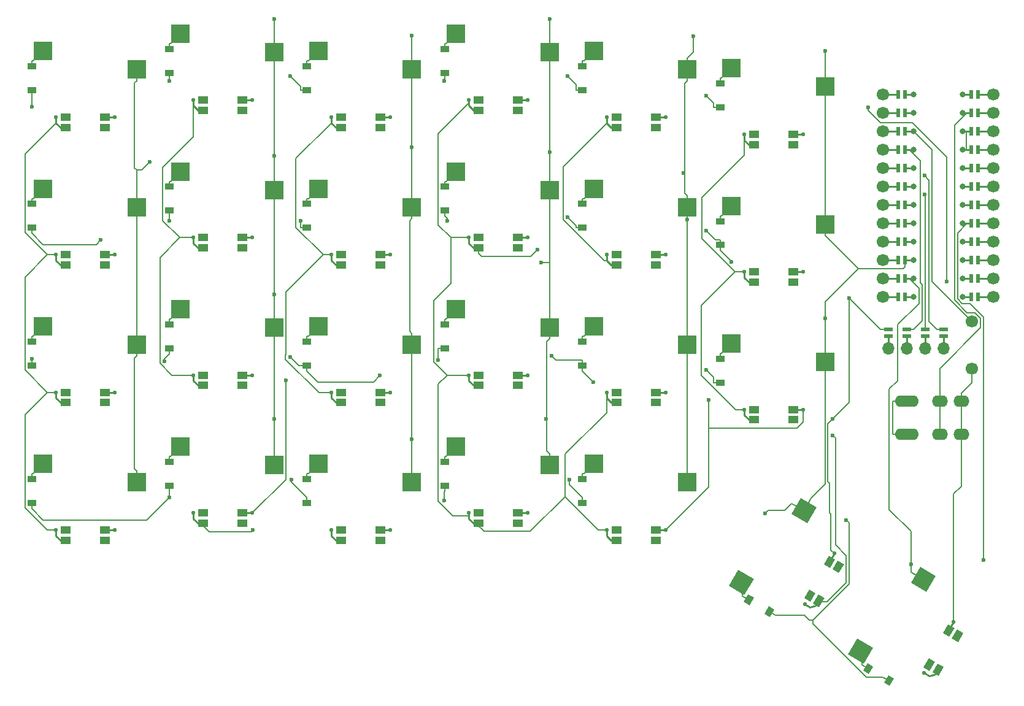
<source format=gtl>
G04 #@! TF.GenerationSoftware,KiCad,Pcbnew,8.0.8+1*
G04 #@! TF.CreationDate,2025-06-17T16:01:52+00:00*
G04 #@! TF.ProjectId,eggada50_autorouted,65676761-6461-4353-905f-6175746f726f,0.2*
G04 #@! TF.SameCoordinates,Original*
G04 #@! TF.FileFunction,Copper,L1,Top*
G04 #@! TF.FilePolarity,Positive*
%FSLAX46Y46*%
G04 Gerber Fmt 4.6, Leading zero omitted, Abs format (unit mm)*
G04 Created by KiCad (PCBNEW 8.0.8+1) date 2025-06-17 16:01:52*
%MOMM*%
%LPD*%
G01*
G04 APERTURE LIST*
G04 #@! TA.AperFunction,SMDPad,CuDef*
%ADD10R,2.550000X2.500000*%
G04 #@! TD*
G04 #@! TA.AperFunction,SMDPad,CuDef*
%ADD11R,1.200000X0.900000*%
G04 #@! TD*
G04 #@! TA.AperFunction,ComponentPad*
%ADD12C,1.700000*%
G04 #@! TD*
G04 #@! TA.AperFunction,SMDPad,CuDef*
%ADD13R,0.600000X1.200000*%
G04 #@! TD*
G04 #@! TA.AperFunction,ComponentPad*
%ADD14C,0.800000*%
G04 #@! TD*
G04 #@! TA.AperFunction,ComponentPad*
%ADD15O,2.200000X1.600000*%
G04 #@! TD*
G04 #@! TA.AperFunction,ComponentPad*
%ADD16O,3.300000X1.600000*%
G04 #@! TD*
G04 #@! TA.AperFunction,ComponentPad*
%ADD17O,1.700000X1.700000*%
G04 #@! TD*
G04 #@! TA.AperFunction,SMDPad,CuDef*
%ADD18R,1.200000X0.600000*%
G04 #@! TD*
G04 #@! TA.AperFunction,SMDPad,CuDef*
%ADD19R,1.400000X1.000000*%
G04 #@! TD*
G04 #@! TA.AperFunction,ViaPad*
%ADD20C,0.600000*%
G04 #@! TD*
G04 #@! TA.AperFunction,ViaPad*
%ADD21C,0.560000*%
G04 #@! TD*
G04 #@! TA.AperFunction,Conductor*
%ADD22C,0.200000*%
G04 #@! TD*
G04 #@! TA.AperFunction,Conductor*
%ADD23C,0.250000*%
G04 #@! TD*
G04 APERTURE END LIST*
D10*
X202085000Y-61835000D03*
X189158000Y-59295000D03*
D11*
X111600000Y-59950000D03*
X111600000Y-56650000D03*
D10*
X183085000Y-78460000D03*
X170158000Y-75920000D03*
D11*
X111600000Y-97950000D03*
X111600000Y-94650000D03*
D10*
X107085000Y-59460000D03*
X94158000Y-56920000D03*
G04 #@! TA.AperFunction,SMDPad,CuDef*
G36*
X216092327Y-112563392D02*
G01*
X213927263Y-111313392D01*
X215202263Y-109105028D01*
X217367327Y-110355028D01*
X216092327Y-112563392D01*
G37*
G04 #@! TD.AperFunction*
G04 #@! TA.AperFunction,SMDPad,CuDef*
G36*
X207429123Y-122488502D02*
G01*
X205264059Y-121238502D01*
X206539059Y-119030138D01*
X208704123Y-120280138D01*
X207429123Y-122488502D01*
G37*
G04 #@! TD.AperFunction*
D11*
X168600000Y-100325000D03*
X168600000Y-97025000D03*
D10*
X107085000Y-40460000D03*
X94158000Y-37920000D03*
D12*
X222350000Y-75251000D03*
X222350000Y-81751000D03*
D10*
X202085000Y-80835000D03*
X189158000Y-78295000D03*
D11*
X111600000Y-40950000D03*
X111600000Y-37650000D03*
X92600000Y-100325000D03*
X92600000Y-97025000D03*
X187600000Y-45700000D03*
X187600000Y-42400000D03*
D13*
X223184000Y-43920000D03*
D12*
X225324000Y-43920000D03*
D13*
X223184000Y-46460000D03*
D12*
X225324000Y-46460000D03*
D13*
X223184000Y-49000000D03*
D12*
X225324000Y-49000000D03*
D13*
X223184000Y-51540000D03*
D12*
X225324000Y-51540000D03*
D13*
X223184000Y-54080000D03*
D12*
X225324000Y-54080000D03*
D13*
X223184000Y-56620000D03*
D12*
X225324000Y-56620000D03*
D13*
X223184000Y-59160000D03*
D12*
X225324000Y-59160000D03*
D13*
X223184000Y-61700000D03*
D12*
X225324000Y-61700000D03*
D13*
X223184000Y-64240000D03*
D12*
X225324000Y-64240000D03*
D13*
X223184000Y-66780000D03*
D12*
X225324000Y-66780000D03*
D13*
X223184000Y-69320000D03*
D12*
X225324000Y-69320000D03*
D13*
X223184000Y-71860000D03*
D12*
X225324000Y-71860000D03*
X210084000Y-71860000D03*
D13*
X212224000Y-71860000D03*
D12*
X210084000Y-69320000D03*
D13*
X212224000Y-69320000D03*
D12*
X210084000Y-66780000D03*
D13*
X212224000Y-66780000D03*
D12*
X210084000Y-64240000D03*
D13*
X212224000Y-64240000D03*
D12*
X210084000Y-61700000D03*
D13*
X212224000Y-61700000D03*
D12*
X210084000Y-59160000D03*
D13*
X212224000Y-59160000D03*
D12*
X210084000Y-56620000D03*
D13*
X212224000Y-56620000D03*
D12*
X210084000Y-54080000D03*
D13*
X212224000Y-54080000D03*
D12*
X210084000Y-51540000D03*
D13*
X212224000Y-51540000D03*
D12*
X210084000Y-49000000D03*
D13*
X212224000Y-49000000D03*
D12*
X210084000Y-46460000D03*
D13*
X212224000Y-46460000D03*
D12*
X210084000Y-43920000D03*
D13*
X212224000Y-43920000D03*
D14*
X221104000Y-43920000D03*
D13*
X222284000Y-43920000D03*
D14*
X221104000Y-46460000D03*
D13*
X222284000Y-46460000D03*
D14*
X221104000Y-49000000D03*
D13*
X222284000Y-49000000D03*
D14*
X221104000Y-51540000D03*
D13*
X222284000Y-51540000D03*
D14*
X221104000Y-54080000D03*
D13*
X222284000Y-54080000D03*
D14*
X221104000Y-56620000D03*
D13*
X222284000Y-56620000D03*
D14*
X221104000Y-59160000D03*
D13*
X222284000Y-59160000D03*
D14*
X221104000Y-61700000D03*
D13*
X222284000Y-61700000D03*
D14*
X221104000Y-64240000D03*
D13*
X222284000Y-64240000D03*
D14*
X221104000Y-66780000D03*
D13*
X222284000Y-66780000D03*
D14*
X221104000Y-69320000D03*
D13*
X222284000Y-69320000D03*
D14*
X221104000Y-71860000D03*
D13*
X222284000Y-71860000D03*
X213124000Y-71860000D03*
D14*
X214304000Y-71860000D03*
D13*
X213124000Y-69320000D03*
D14*
X214304000Y-69320000D03*
D13*
X213124000Y-66780000D03*
D14*
X214304000Y-66780000D03*
D13*
X213124000Y-64240000D03*
D14*
X214304000Y-64240000D03*
D13*
X213124000Y-61700000D03*
D14*
X214304000Y-61700000D03*
D13*
X213124000Y-59160000D03*
D14*
X214304000Y-59160000D03*
D13*
X213124000Y-56620000D03*
D14*
X214304000Y-56620000D03*
D13*
X213124000Y-54080000D03*
D14*
X214304000Y-54080000D03*
D13*
X213124000Y-51540000D03*
D14*
X214304000Y-51540000D03*
D13*
X213124000Y-49000000D03*
D14*
X214304000Y-49000000D03*
D13*
X213124000Y-46460000D03*
D14*
X214304000Y-46460000D03*
D13*
X213124000Y-43920000D03*
D14*
X214304000Y-43920000D03*
D11*
X168600000Y-62325000D03*
X168600000Y-59025000D03*
X168600000Y-43325000D03*
X168600000Y-40025000D03*
D10*
X145085000Y-59460000D03*
X132158000Y-56920000D03*
D11*
X149600000Y-59950000D03*
X149600000Y-56650000D03*
D10*
X145085000Y-40460000D03*
X132158000Y-37920000D03*
D11*
X168600000Y-81325000D03*
X168600000Y-78025000D03*
G04 #@! TA.AperFunction,SMDPad,CuDef*
G36*
X199637827Y-103063392D02*
G01*
X197472763Y-101813392D01*
X198747763Y-99605028D01*
X200912827Y-100855028D01*
X199637827Y-103063392D01*
G37*
G04 #@! TD.AperFunction*
G04 #@! TA.AperFunction,SMDPad,CuDef*
G36*
X190974623Y-112988502D02*
G01*
X188809559Y-111738502D01*
X190084559Y-109530138D01*
X192249623Y-110780138D01*
X190974623Y-112988502D01*
G37*
G04 #@! TD.AperFunction*
D10*
X164085000Y-95085000D03*
X151158000Y-92545000D03*
X183085000Y-40460000D03*
X170158000Y-37920000D03*
G04 #@! TA.AperFunction,SMDPad,CuDef*
G36*
X195121153Y-115016485D02*
G01*
X194521153Y-116055715D01*
X193741731Y-115605715D01*
X194341731Y-114566485D01*
X195121153Y-115016485D01*
G37*
G04 #@! TD.AperFunction*
G04 #@! TA.AperFunction,SMDPad,CuDef*
G36*
X192263269Y-113366485D02*
G01*
X191663269Y-114405715D01*
X190883847Y-113955715D01*
X191483847Y-112916485D01*
X192263269Y-113366485D01*
G37*
G04 #@! TD.AperFunction*
D11*
X149600000Y-97950000D03*
X149600000Y-94650000D03*
D10*
X183085000Y-59460000D03*
X170158000Y-56920000D03*
X126085000Y-57085000D03*
X113158000Y-54545000D03*
X164085000Y-38085000D03*
X151158000Y-35545000D03*
X126085000Y-76085000D03*
X113158000Y-73545000D03*
D11*
X149600000Y-40950000D03*
X149600000Y-37650000D03*
X130600000Y-81325000D03*
X130600000Y-78025000D03*
X149600000Y-78950000D03*
X149600000Y-75650000D03*
X187600000Y-83700000D03*
X187600000Y-80400000D03*
D15*
X220910000Y-86260000D03*
X220910000Y-90860000D03*
X217910000Y-86260000D03*
X217910000Y-90860000D03*
D16*
X213360000Y-86260000D03*
X213360000Y-90860000D03*
D11*
X92600000Y-62325000D03*
X92600000Y-59025000D03*
X130600000Y-62325000D03*
X130600000Y-59025000D03*
G04 #@! TA.AperFunction,SMDPad,CuDef*
G36*
X211575653Y-124516485D02*
G01*
X210975653Y-125555715D01*
X210196231Y-125105715D01*
X210796231Y-124066485D01*
X211575653Y-124516485D01*
G37*
G04 #@! TD.AperFunction*
G04 #@! TA.AperFunction,SMDPad,CuDef*
G36*
X208717769Y-122866485D02*
G01*
X208117769Y-123905715D01*
X207338347Y-123455715D01*
X207938347Y-122416485D01*
X208717769Y-122866485D01*
G37*
G04 #@! TD.AperFunction*
D10*
X183085000Y-97460000D03*
X170158000Y-94920000D03*
X202085000Y-42835000D03*
X189158000Y-40295000D03*
X145085000Y-97460000D03*
X132158000Y-94920000D03*
X164085000Y-57085000D03*
X151158000Y-54545000D03*
D11*
X130600000Y-100325000D03*
X130600000Y-97025000D03*
D10*
X145085000Y-78460000D03*
X132158000Y-75920000D03*
D17*
X210837000Y-79008000D03*
X213377000Y-79008000D03*
X215917000Y-79008000D03*
X218457000Y-79008000D03*
D18*
X210837000Y-77258000D03*
X213377000Y-77258000D03*
X215917000Y-77258000D03*
X218457000Y-77258000D03*
X210837000Y-76358000D03*
X213377000Y-76358000D03*
X215917000Y-76358000D03*
X218457000Y-76358000D03*
D10*
X107085000Y-97460000D03*
X94158000Y-94920000D03*
X164085000Y-76085000D03*
X151158000Y-73545000D03*
D11*
X92600000Y-43325000D03*
X92600000Y-40025000D03*
D10*
X126085000Y-38085000D03*
X113158000Y-35545000D03*
D11*
X130600000Y-43325000D03*
X130600000Y-40025000D03*
D10*
X126085000Y-95085000D03*
X113158000Y-92545000D03*
D11*
X111600000Y-78950000D03*
X111600000Y-75650000D03*
D10*
X107085000Y-78460000D03*
X94158000Y-75920000D03*
D11*
X92600000Y-81325000D03*
X92600000Y-78025000D03*
X187600000Y-64700000D03*
X187600000Y-61400000D03*
D19*
X135300000Y-105450000D03*
X135300000Y-104050000D03*
X140700000Y-104050000D03*
X140700000Y-105450000D03*
X97300000Y-48450000D03*
X97300000Y-47050000D03*
X102700000Y-47050000D03*
X102700000Y-48450000D03*
X97300000Y-67450000D03*
X97300000Y-66050000D03*
X102700000Y-66050000D03*
X102700000Y-67450000D03*
X97300000Y-86450000D03*
X97300000Y-85050000D03*
X102700000Y-85050000D03*
X102700000Y-86450000D03*
X173300000Y-86450000D03*
X173300000Y-85050000D03*
X178700000Y-85050000D03*
X178700000Y-86450000D03*
G04 #@! TA.AperFunction,SMDPad,CuDef*
G36*
X201136805Y-112947051D02*
G01*
X202002831Y-113447051D01*
X201302831Y-114659487D01*
X200436805Y-114159487D01*
X201136805Y-112947051D01*
G37*
G04 #@! TD.AperFunction*
G04 #@! TA.AperFunction,SMDPad,CuDef*
G36*
X199924369Y-112247051D02*
G01*
X200790395Y-112747051D01*
X200090395Y-113959487D01*
X199224369Y-113459487D01*
X199924369Y-112247051D01*
G37*
G04 #@! TD.AperFunction*
G04 #@! TA.AperFunction,SMDPad,CuDef*
G36*
X202624369Y-107570513D02*
G01*
X203490395Y-108070513D01*
X202790395Y-109282949D01*
X201924369Y-108782949D01*
X202624369Y-107570513D01*
G37*
G04 #@! TD.AperFunction*
G04 #@! TA.AperFunction,SMDPad,CuDef*
G36*
X203836805Y-108270513D02*
G01*
X204702831Y-108770513D01*
X204002831Y-109982949D01*
X203136805Y-109482949D01*
X203836805Y-108270513D01*
G37*
G04 #@! TD.AperFunction*
X116300000Y-65075000D03*
X116300000Y-63675000D03*
X121700000Y-63675000D03*
X121700000Y-65075000D03*
X192300000Y-50825000D03*
X192300000Y-49425000D03*
X197700000Y-49425000D03*
X197700000Y-50825000D03*
X154300000Y-84075000D03*
X154300000Y-82675000D03*
X159700000Y-82675000D03*
X159700000Y-84075000D03*
X154300000Y-103075000D03*
X154300000Y-101675000D03*
X159700000Y-101675000D03*
X159700000Y-103075000D03*
X116300000Y-46075000D03*
X116300000Y-44675000D03*
X121700000Y-44675000D03*
X121700000Y-46075000D03*
X154300000Y-46075000D03*
X154300000Y-44675000D03*
X159700000Y-44675000D03*
X159700000Y-46075000D03*
X192300000Y-88825000D03*
X192300000Y-87425000D03*
X197700000Y-87425000D03*
X197700000Y-88825000D03*
X192300000Y-69825000D03*
X192300000Y-68425000D03*
X197700000Y-68425000D03*
X197700000Y-69825000D03*
X116300000Y-84075000D03*
X116300000Y-82675000D03*
X121700000Y-82675000D03*
X121700000Y-84075000D03*
X135300000Y-67450000D03*
X135300000Y-66050000D03*
X140700000Y-66050000D03*
X140700000Y-67450000D03*
X116300000Y-103075000D03*
X116300000Y-101675000D03*
X121700000Y-101675000D03*
X121700000Y-103075000D03*
X135300000Y-48450000D03*
X135300000Y-47050000D03*
X140700000Y-47050000D03*
X140700000Y-48450000D03*
X173300000Y-67450000D03*
X173300000Y-66050000D03*
X178700000Y-66050000D03*
X178700000Y-67450000D03*
X173300000Y-105450000D03*
X173300000Y-104050000D03*
X178700000Y-104050000D03*
X178700000Y-105450000D03*
X173300000Y-48450000D03*
X173300000Y-47050000D03*
X178700000Y-47050000D03*
X178700000Y-48450000D03*
G04 #@! TA.AperFunction,SMDPad,CuDef*
G36*
X217591305Y-122447051D02*
G01*
X218457331Y-122947051D01*
X217757331Y-124159487D01*
X216891305Y-123659487D01*
X217591305Y-122447051D01*
G37*
G04 #@! TD.AperFunction*
G04 #@! TA.AperFunction,SMDPad,CuDef*
G36*
X216378869Y-121747051D02*
G01*
X217244895Y-122247051D01*
X216544895Y-123459487D01*
X215678869Y-122959487D01*
X216378869Y-121747051D01*
G37*
G04 #@! TD.AperFunction*
G04 #@! TA.AperFunction,SMDPad,CuDef*
G36*
X219078869Y-117070513D02*
G01*
X219944895Y-117570513D01*
X219244895Y-118782949D01*
X218378869Y-118282949D01*
X219078869Y-117070513D01*
G37*
G04 #@! TD.AperFunction*
G04 #@! TA.AperFunction,SMDPad,CuDef*
G36*
X220291305Y-117770513D02*
G01*
X221157331Y-118270513D01*
X220457331Y-119482949D01*
X219591305Y-118982949D01*
X220291305Y-117770513D01*
G37*
G04 #@! TD.AperFunction*
X135300000Y-86450000D03*
X135300000Y-85050000D03*
X140700000Y-85050000D03*
X140700000Y-86450000D03*
X97300000Y-105450000D03*
X97300000Y-104050000D03*
X102700000Y-104050000D03*
X102700000Y-105450000D03*
X154300000Y-65075000D03*
X154300000Y-63675000D03*
X159700000Y-63675000D03*
X159700000Y-65075000D03*
D20*
X108904400Y-53270200D03*
D21*
X161060000Y-82675000D03*
X199060000Y-68425000D03*
X180060000Y-85050000D03*
X180060000Y-47050000D03*
X142060000Y-66050000D03*
X142060000Y-85050000D03*
D20*
X186024600Y-86108000D03*
D21*
X219842000Y-116749000D03*
X180060000Y-66050000D03*
X142060000Y-47050000D03*
X123060000Y-82675000D03*
X104060000Y-66050000D03*
X104060000Y-85050000D03*
X180060000Y-104050000D03*
X203387000Y-107249000D03*
D20*
X203113300Y-88715400D03*
D21*
X142060000Y-104050000D03*
X161060000Y-63675000D03*
X199060000Y-87425000D03*
X104060000Y-47050000D03*
X123060000Y-63675000D03*
X123060000Y-44675000D03*
X161060000Y-101675000D03*
D20*
X127673500Y-83402700D03*
D21*
X104060000Y-104050000D03*
X199060000Y-49425000D03*
D20*
X205429900Y-72018500D03*
D21*
X161060000Y-44675000D03*
X123060000Y-101675000D03*
D20*
X126085000Y-71492200D03*
X126085000Y-88715400D03*
X126085000Y-52344900D03*
X126085000Y-33490100D03*
X145085000Y-51227900D03*
X145085000Y-91499800D03*
X145085000Y-35811200D03*
X162935200Y-67094200D03*
X164085000Y-51850900D03*
X164085000Y-33464200D03*
X163560600Y-88715400D03*
X183942700Y-35855600D03*
X182524400Y-54790200D03*
X183085000Y-61222300D03*
X193831400Y-101747700D03*
X202085000Y-37874500D03*
X202085000Y-74793400D03*
X213943500Y-108745600D03*
X166790800Y-97068700D03*
X223964400Y-108206200D03*
X111600000Y-99573300D03*
X205014500Y-102637400D03*
X128473200Y-97068600D03*
X149538400Y-99977600D03*
X110923800Y-80732200D03*
X128291600Y-80189900D03*
X170132600Y-83623200D03*
X164344000Y-79968500D03*
X185689200Y-81919700D03*
X140653600Y-82711100D03*
X148698300Y-80573300D03*
X92600000Y-80369600D03*
X129698300Y-61384900D03*
X111640600Y-61331800D03*
X185687200Y-62674300D03*
X189134300Y-67031500D03*
X102155200Y-64015800D03*
X166537600Y-60871400D03*
X149944900Y-61330700D03*
X185689200Y-44050000D03*
X166537600Y-41380600D03*
X149544800Y-42086400D03*
X92600000Y-45606400D03*
X128293200Y-41380600D03*
X218856000Y-69770900D03*
X111640600Y-42086400D03*
X208016600Y-45700000D03*
D21*
X133940000Y-66050000D03*
X114940000Y-63675000D03*
D20*
X123137100Y-104050000D03*
D21*
X190940000Y-49425000D03*
X215782000Y-123781000D03*
X152940000Y-63675000D03*
X95940000Y-85050000D03*
X114940000Y-44675000D03*
X114940000Y-82675000D03*
X114940000Y-101675000D03*
X171940000Y-104050000D03*
X95940000Y-47050000D03*
D20*
X162374600Y-65351000D03*
D21*
X95940000Y-66050000D03*
X95940000Y-104050000D03*
X133940000Y-47050000D03*
X133940000Y-104050000D03*
X171940000Y-85050000D03*
X190940000Y-68425000D03*
D20*
X203113300Y-90949000D03*
D21*
X199327000Y-114281000D03*
X152940000Y-44675000D03*
X133940000Y-85050000D03*
X171940000Y-66050000D03*
X152940000Y-101675000D03*
X190940000Y-87425000D03*
X171940000Y-47050000D03*
X152940000Y-82675000D03*
D20*
X215799700Y-55130000D03*
X215799700Y-57754900D03*
D22*
X106778800Y-42317900D02*
X106778800Y-54056300D01*
X106778800Y-95602100D02*
X107085000Y-95908300D01*
X107085000Y-54362500D02*
X107085000Y-57908300D01*
X107085000Y-80011700D02*
X106778800Y-80317900D01*
X107812100Y-54362500D02*
X108904400Y-53270200D01*
X106778800Y-80317900D02*
X106778800Y-95602100D01*
X107085000Y-78460000D02*
X107085000Y-80011700D01*
X107085000Y-58684100D02*
X107085000Y-57908300D01*
X107085000Y-97460000D02*
X107085000Y-95908300D01*
X106778800Y-54056300D02*
X107085000Y-54362500D01*
D23*
X213124000Y-54080000D02*
X214304000Y-54080000D01*
D22*
X107085000Y-58684100D02*
X107085000Y-59460000D01*
X107085000Y-42011700D02*
X106778800Y-42317900D01*
X107085000Y-40460000D02*
X107085000Y-42011700D01*
X107085000Y-54362500D02*
X107812100Y-54362500D01*
X107085000Y-59460000D02*
X107085000Y-78460000D01*
D23*
X178700000Y-85050000D02*
X180060000Y-85050000D01*
X222284000Y-49000000D02*
X221594000Y-49000000D01*
X203375300Y-107269300D02*
X203387000Y-107249000D01*
D22*
X202485200Y-97367400D02*
X202485200Y-89343500D01*
D23*
X178700000Y-66050000D02*
X180060000Y-66050000D01*
X197700000Y-87425000D02*
X199060000Y-87425000D01*
D22*
X202713100Y-97595300D02*
X202485200Y-97367400D01*
X221594000Y-51540000D02*
X221594000Y-49000000D01*
D23*
X221594000Y-51540000D02*
X221104000Y-51540000D01*
D22*
X202913300Y-106807200D02*
X202913300Y-101856400D01*
D23*
X219830300Y-116769300D02*
X219842000Y-116749000D01*
D22*
X203047000Y-107838000D02*
X202707400Y-108177600D01*
X186024600Y-89976700D02*
X198217300Y-89976700D01*
D23*
X222284000Y-51540000D02*
X221594000Y-51540000D01*
X102700000Y-85050000D02*
X104060000Y-85050000D01*
D22*
X202707400Y-108177600D02*
X202707400Y-108426700D01*
X199060000Y-89134000D02*
X199060000Y-87425000D01*
X219161900Y-117678100D02*
X219161900Y-117926700D01*
X203375300Y-107269300D02*
X203375300Y-107269200D01*
X205429900Y-72018500D02*
X209769400Y-76358000D01*
D23*
X121700000Y-63675000D02*
X123060000Y-63675000D01*
D22*
X220910000Y-97995000D02*
X220910000Y-90860000D01*
X180060000Y-104050000D02*
X186024600Y-98085400D01*
X220910000Y-85158300D02*
X222350000Y-83718300D01*
X219502000Y-117338000D02*
X219161900Y-117678100D01*
X198217300Y-89976700D02*
X199060000Y-89134000D01*
D23*
X121700000Y-44675000D02*
X123060000Y-44675000D01*
D22*
X209769400Y-76358000D02*
X210837000Y-76358000D01*
D23*
X121700000Y-101675000D02*
X123060000Y-101675000D01*
D22*
X186024600Y-89976700D02*
X186024600Y-86108000D01*
D23*
X221594000Y-49000000D02*
X221104000Y-49000000D01*
D22*
X127673500Y-97061500D02*
X127673500Y-83402700D01*
X202713100Y-101656200D02*
X202713100Y-97595300D01*
D23*
X203047000Y-107838000D02*
X203375300Y-107269300D01*
D22*
X203113300Y-88715400D02*
X205429900Y-86398800D01*
D23*
X102700000Y-104050000D02*
X104060000Y-104050000D01*
X102700000Y-47050000D02*
X104060000Y-47050000D01*
X219162000Y-117927000D02*
X219502000Y-117338000D01*
X140700000Y-66050000D02*
X142060000Y-66050000D01*
X197700000Y-68425000D02*
X199060000Y-68425000D01*
X210837000Y-79008000D02*
X210837000Y-77258000D01*
D22*
X186024600Y-98085400D02*
X186024600Y-89976700D01*
X222350000Y-83718300D02*
X222350000Y-81751000D01*
X220910000Y-90860000D02*
X220910000Y-86260000D01*
D23*
X121700000Y-82675000D02*
X123060000Y-82675000D01*
D22*
X203375300Y-107269200D02*
X202913300Y-106807200D01*
D23*
X197700000Y-49425000D02*
X199060000Y-49425000D01*
D22*
X205429900Y-86398800D02*
X205429900Y-72018500D01*
D23*
X178700000Y-104050000D02*
X180060000Y-104050000D01*
D22*
X219830300Y-99074700D02*
X220910000Y-97995000D01*
D23*
X159700000Y-101675000D02*
X161060000Y-101675000D01*
D22*
X220910000Y-86260000D02*
X220910000Y-85158300D01*
D23*
X140700000Y-85050000D02*
X142060000Y-85050000D01*
X140700000Y-104050000D02*
X142060000Y-104050000D01*
X213124000Y-46460000D02*
X214304000Y-46460000D01*
X102700000Y-66050000D02*
X104060000Y-66050000D01*
X140700000Y-47050000D02*
X142060000Y-47050000D01*
X178700000Y-47050000D02*
X180060000Y-47050000D01*
X159700000Y-44675000D02*
X161060000Y-44675000D01*
X202707000Y-108427000D02*
X203047000Y-107838000D01*
D22*
X202485200Y-89343500D02*
X203113300Y-88715400D01*
D23*
X219502000Y-117338000D02*
X219830300Y-116769300D01*
D22*
X123060000Y-101675000D02*
X127673500Y-97061500D01*
X202913300Y-101856400D02*
X202713100Y-101656200D01*
D23*
X159700000Y-63675000D02*
X161060000Y-63675000D01*
X159700000Y-82675000D02*
X161060000Y-82675000D01*
D22*
X219830300Y-116769300D02*
X219830300Y-99074700D01*
X126085000Y-38085000D02*
X126085000Y-52344900D01*
X126085000Y-75309100D02*
X126085000Y-74533300D01*
X126085000Y-75309100D02*
X126085000Y-76085000D01*
X126085000Y-88715400D02*
X126085000Y-95085000D01*
X126085000Y-57085000D02*
X126085000Y-71492200D01*
X126085000Y-76085000D02*
X126085000Y-88715400D01*
X126085000Y-52344900D02*
X126085000Y-57085000D01*
D23*
X213124000Y-56620000D02*
X214304000Y-56620000D01*
D22*
X126085000Y-38085000D02*
X126085000Y-33490100D01*
X126085000Y-71492200D02*
X126085000Y-74533300D01*
X144778800Y-76602100D02*
X145085000Y-76908300D01*
X145085000Y-97460000D02*
X145085000Y-91499800D01*
X145085000Y-51227900D02*
X145085000Y-59460000D01*
X145085000Y-61011700D02*
X144778800Y-61317900D01*
X145085000Y-59460000D02*
X145085000Y-61011700D01*
X145085000Y-77992800D02*
X145085000Y-76908300D01*
X145085000Y-78460000D02*
X145085000Y-91499800D01*
X145085000Y-77992800D02*
X145085000Y-78460000D01*
X145085000Y-40460000D02*
X145085000Y-35811200D01*
X145085000Y-40460000D02*
X145085000Y-51227900D01*
D23*
X213124000Y-59160000D02*
X214304000Y-59160000D01*
D22*
X144778800Y-61317900D02*
X144778800Y-76602100D01*
X164085000Y-57085000D02*
X164085000Y-67094200D01*
X164085000Y-67094200D02*
X164085000Y-76085000D01*
X163687800Y-78033900D02*
X163687800Y-88715400D01*
X164085000Y-57085000D02*
X164085000Y-51850900D01*
D23*
X213124000Y-61700000D02*
X214304000Y-61700000D01*
D22*
X164085000Y-67094200D02*
X162935200Y-67094200D01*
X164085000Y-77636700D02*
X163687800Y-78033900D01*
X163687800Y-88715400D02*
X163560600Y-88715400D01*
X164085000Y-38085000D02*
X164085000Y-33464200D01*
X164085000Y-95085000D02*
X164085000Y-93533300D01*
X163687800Y-88715400D02*
X163687800Y-93136100D01*
X164085000Y-76085000D02*
X164085000Y-77636700D01*
X164085000Y-38085000D02*
X164085000Y-51850900D01*
X163687800Y-93136100D02*
X164085000Y-93533300D01*
X182706400Y-54790200D02*
X182706400Y-57529700D01*
X182706400Y-42390300D02*
X182706400Y-54790200D01*
X183085000Y-61222300D02*
X183085000Y-78460000D01*
X182706400Y-57529700D02*
X183085000Y-57908300D01*
X183085000Y-42011700D02*
X182706400Y-42390300D01*
X183942700Y-38050600D02*
X183942700Y-35855600D01*
X183085000Y-40460000D02*
X183085000Y-38908300D01*
X183085000Y-59460000D02*
X183085000Y-57908300D01*
X183085000Y-78460000D02*
X183085000Y-97460000D01*
X182706400Y-54790200D02*
X182524400Y-54790200D01*
D23*
X213124000Y-64240000D02*
X214304000Y-64240000D01*
D22*
X183085000Y-38908300D02*
X183942700Y-38050600D01*
X183085000Y-59460000D02*
X183085000Y-61011700D01*
X183085000Y-61011700D02*
X183085000Y-61222300D01*
X183085000Y-40460000D02*
X183085000Y-42011700D01*
X202085000Y-61835000D02*
X202085000Y-42835000D01*
X202085000Y-80835000D02*
X202085000Y-88583000D01*
X202085000Y-72508300D02*
X202085000Y-74793400D01*
X196495900Y-101334200D02*
X197483100Y-100347000D01*
X213124000Y-66780000D02*
X213124000Y-67681700D01*
X206645800Y-67947500D02*
X202085000Y-72508300D01*
X212858200Y-67947500D02*
X206645800Y-67947500D01*
X202085000Y-42835000D02*
X202085000Y-37874500D01*
X202085000Y-61835000D02*
X202085000Y-63386700D01*
X199192800Y-101334200D02*
X200189100Y-99608700D01*
X202085000Y-74793400D02*
X202085000Y-80835000D01*
X202083500Y-88584500D02*
X202083500Y-97714300D01*
X206645800Y-67947500D02*
X202085000Y-63386700D01*
X199192800Y-101334200D02*
X197483100Y-100347000D01*
X202085000Y-88583000D02*
X202083500Y-88584500D01*
X193831400Y-101747700D02*
X194244900Y-101334200D01*
X202083500Y-97714300D02*
X200189100Y-99608700D01*
X194244900Y-101334200D02*
X196495900Y-101334200D01*
X213124000Y-67681700D02*
X212858200Y-67947500D01*
D23*
X213124000Y-66780000D02*
X214304000Y-66780000D01*
D22*
X213714000Y-69320000D02*
X215065600Y-70671600D01*
D23*
X213714000Y-69320000D02*
X214304000Y-69320000D01*
D22*
X215647300Y-110834200D02*
X213937600Y-109847000D01*
X213943500Y-104223400D02*
X213943500Y-108745600D01*
X210948000Y-84582400D02*
X210948000Y-101227900D01*
X213943500Y-108745600D02*
X213943500Y-109841100D01*
X213943500Y-109841100D02*
X213937600Y-109847000D01*
X212107000Y-83423400D02*
X210948000Y-84582400D01*
X212107000Y-75707000D02*
X212107000Y-83423400D01*
X215065600Y-70671600D02*
X215065600Y-72748400D01*
X210948000Y-101227900D02*
X213943500Y-104223400D01*
X215065600Y-72748400D02*
X212107000Y-75707000D01*
D23*
X213124000Y-69320000D02*
X213714000Y-69320000D01*
D22*
X149538400Y-98763300D02*
X149538400Y-99977600D01*
X128473200Y-97446500D02*
X128473200Y-97068600D01*
X199920100Y-116489200D02*
X200417100Y-116489200D01*
X200417100Y-116986200D02*
X200417100Y-116489200D01*
X210025600Y-124314500D02*
X207745400Y-124314500D01*
X168600000Y-99573300D02*
X166790800Y-97764100D01*
X149600000Y-98701700D02*
X149538400Y-98763300D01*
X220377200Y-72125500D02*
X221028400Y-72776700D01*
X92600000Y-100325000D02*
X92600000Y-101076700D01*
X166790800Y-97764100D02*
X166790800Y-97068700D01*
D23*
X221694000Y-61700000D02*
X221104000Y-61700000D01*
D22*
X205416200Y-103039100D02*
X205014500Y-102637400D01*
X223964400Y-74608800D02*
X223964400Y-108206200D01*
X221028400Y-72776700D02*
X222132300Y-72776700D01*
X200417100Y-116489200D02*
X205416200Y-111490100D01*
X205416200Y-111490100D02*
X205416200Y-103039100D01*
D23*
X222284000Y-61700000D02*
X221694000Y-61700000D01*
D22*
X111600000Y-97950000D02*
X111600000Y-98701700D01*
X210025700Y-124314400D02*
X210025600Y-124314500D01*
X221694000Y-61700000D02*
X220377200Y-63016800D01*
X130600000Y-99573300D02*
X128473200Y-97446500D01*
X207745400Y-124314500D02*
X200417100Y-116986200D01*
X94196300Y-102673000D02*
X108500300Y-102673000D01*
X222132300Y-72776700D02*
X223964400Y-74608800D01*
X220377200Y-63016800D02*
X220377200Y-72125500D01*
X149600000Y-97950000D02*
X149600000Y-98701700D01*
X108500300Y-102673000D02*
X111600000Y-99573300D01*
X194431400Y-115311100D02*
X195291700Y-115807800D01*
X195291700Y-115807800D02*
X199238700Y-115807800D01*
X199238700Y-115807800D02*
X199920100Y-116489200D01*
X92600000Y-101076700D02*
X94196300Y-102673000D01*
X111600000Y-98701700D02*
X111600000Y-99573300D01*
X210885900Y-124811100D02*
X210025700Y-124314400D01*
X168600000Y-100325000D02*
X168600000Y-99573300D01*
X130600000Y-100325000D02*
X130600000Y-99573300D01*
X186698300Y-82928800D02*
X185689200Y-81919700D01*
X149600000Y-78950000D02*
X148698300Y-78950000D01*
X111600000Y-79701700D02*
X110923800Y-80377900D01*
X110923800Y-80377900D02*
X110923800Y-80732200D01*
X92600000Y-81325000D02*
X92600000Y-80369600D01*
X164948800Y-80573300D02*
X164344000Y-79968500D01*
X132125000Y-83601700D02*
X130600000Y-82076700D01*
X168600000Y-82076700D02*
X170132600Y-83609300D01*
X168600000Y-81325000D02*
X168600000Y-82076700D01*
X186698300Y-83700000D02*
X186698300Y-82928800D01*
X139763000Y-83601700D02*
X132125000Y-83601700D01*
X130600000Y-81325000D02*
X129426700Y-81325000D01*
X140653600Y-82711100D02*
X139763000Y-83601700D01*
X168600000Y-80573300D02*
X164948800Y-80573300D01*
X130600000Y-81325000D02*
X130600000Y-82076700D01*
X148698300Y-80573300D02*
X148698300Y-78950000D01*
X168600000Y-81325000D02*
X168600000Y-80573300D01*
D23*
X222284000Y-64240000D02*
X221104000Y-64240000D01*
D22*
X129426700Y-81325000D02*
X128291600Y-80189900D01*
X111600000Y-78950000D02*
X111600000Y-79701700D01*
X170132600Y-83609300D02*
X170132600Y-83623200D01*
X187600000Y-83700000D02*
X186698300Y-83700000D01*
X129698300Y-62325000D02*
X129698300Y-61384900D01*
X186961200Y-63948300D02*
X185687200Y-62674300D01*
X189134300Y-66986000D02*
X189134300Y-67031500D01*
X102155200Y-64015800D02*
X101528900Y-64642100D01*
X187600000Y-64700000D02*
X187600000Y-63948300D01*
X111640600Y-60742300D02*
X111640600Y-61331800D01*
X187600000Y-65451700D02*
X189134300Y-66986000D01*
X149600000Y-59950000D02*
X149600000Y-60701700D01*
X187600000Y-64700000D02*
X187600000Y-65451700D01*
X167698300Y-62032100D02*
X166537600Y-60871400D01*
X149600000Y-60701700D02*
X149944900Y-61046600D01*
X130600000Y-62325000D02*
X129698300Y-62325000D01*
D23*
X222284000Y-66780000D02*
X221104000Y-66780000D01*
D22*
X149944900Y-61046600D02*
X149944900Y-61330700D01*
X111600000Y-59950000D02*
X111600000Y-60701700D01*
X101528900Y-64642100D02*
X94165400Y-64642100D01*
X94165400Y-64642100D02*
X92600000Y-63076700D01*
X168600000Y-62325000D02*
X167698300Y-62325000D01*
X167698300Y-62325000D02*
X167698300Y-62032100D01*
X111600000Y-60701700D02*
X111640600Y-60742300D01*
X187600000Y-63948300D02*
X186961200Y-63948300D01*
X92600000Y-62325000D02*
X92600000Y-63076700D01*
X129698300Y-42785700D02*
X128293200Y-41380600D01*
X209718700Y-47790000D02*
X208016600Y-46087900D01*
X129698300Y-43325000D02*
X129698300Y-42785700D01*
X218856000Y-69770900D02*
X218856000Y-52527100D01*
X218856000Y-52527100D02*
X214118900Y-47790000D01*
D23*
X222284000Y-69320000D02*
X221104000Y-69320000D01*
D22*
X149600000Y-41701700D02*
X149544800Y-41756900D01*
X149600000Y-40950000D02*
X149600000Y-41701700D01*
X111600000Y-40950000D02*
X111600000Y-41701700D01*
X92600000Y-43325000D02*
X92600000Y-45606400D01*
X149544800Y-41756900D02*
X149544800Y-42086400D01*
X186698300Y-45700000D02*
X186698300Y-45059100D01*
X167698300Y-42541300D02*
X166537600Y-41380600D01*
X214118900Y-47790000D02*
X209718700Y-47790000D01*
X130600000Y-43325000D02*
X129698300Y-43325000D01*
X187600000Y-45700000D02*
X186698300Y-45700000D01*
X186698300Y-45059100D02*
X185689200Y-44050000D01*
X111640600Y-41742300D02*
X111640600Y-42086400D01*
X208016600Y-46087900D02*
X208016600Y-45700000D01*
X168600000Y-43325000D02*
X167698300Y-43325000D01*
X167698300Y-43325000D02*
X167698300Y-42541300D01*
X111600000Y-41701700D02*
X111640600Y-41742300D01*
X92600000Y-97025000D02*
X92600000Y-96273300D01*
X92600000Y-96273300D02*
X92804700Y-96273300D01*
X92804700Y-96273300D02*
X94158000Y-94920000D01*
X92600000Y-77273300D02*
X92804700Y-77273300D01*
X92600000Y-78025000D02*
X92600000Y-77273300D01*
X92804700Y-77273300D02*
X94158000Y-75920000D01*
X92600000Y-58273300D02*
X92804700Y-58273300D01*
X92804700Y-58273300D02*
X94158000Y-56920000D01*
X92600000Y-59025000D02*
X92600000Y-58273300D01*
X92600000Y-39273300D02*
X92804700Y-39273300D01*
X92600000Y-40025000D02*
X92600000Y-39273300D01*
X92804700Y-39273300D02*
X94158000Y-37920000D01*
X111600000Y-93898300D02*
X111804700Y-93898300D01*
X111804700Y-93898300D02*
X113158000Y-92545000D01*
X111600000Y-94650000D02*
X111600000Y-93898300D01*
X111600000Y-74898300D02*
X111804700Y-74898300D01*
X111600000Y-75650000D02*
X111600000Y-74898300D01*
X111804700Y-74898300D02*
X113158000Y-73545000D01*
X111804700Y-55898300D02*
X113158000Y-54545000D01*
X111600000Y-55898300D02*
X111804700Y-55898300D01*
X111600000Y-56650000D02*
X111600000Y-55898300D01*
X111804700Y-36898300D02*
X113158000Y-35545000D01*
X111600000Y-37650000D02*
X111600000Y-36898300D01*
X111600000Y-36898300D02*
X111804700Y-36898300D01*
X130600000Y-96273300D02*
X130804700Y-96273300D01*
X130600000Y-97025000D02*
X130600000Y-96273300D01*
X130804700Y-96273300D02*
X132158000Y-94920000D01*
X130804700Y-77273300D02*
X132158000Y-75920000D01*
X130600000Y-78025000D02*
X130600000Y-77273300D01*
X130600000Y-77273300D02*
X130804700Y-77273300D01*
X130804700Y-58273300D02*
X132158000Y-56920000D01*
X130600000Y-59025000D02*
X130600000Y-58273300D01*
X130600000Y-58273300D02*
X130804700Y-58273300D01*
X130804700Y-39273300D02*
X132158000Y-37920000D01*
X130600000Y-40025000D02*
X130600000Y-39273300D01*
X130600000Y-39273300D02*
X130804700Y-39273300D01*
X149600000Y-93898300D02*
X149804700Y-93898300D01*
X149600000Y-94650000D02*
X149600000Y-93898300D01*
X149804700Y-93898300D02*
X151158000Y-92545000D01*
X149600000Y-75650000D02*
X149600000Y-74898300D01*
X149804700Y-74898300D02*
X151158000Y-73545000D01*
X149600000Y-74898300D02*
X149804700Y-74898300D01*
X149600000Y-55898300D02*
X149804700Y-55898300D01*
X149804700Y-55898300D02*
X151158000Y-54545000D01*
X149600000Y-56650000D02*
X149600000Y-55898300D01*
X149804700Y-36898300D02*
X151158000Y-35545000D01*
X149600000Y-37650000D02*
X149600000Y-36898300D01*
X149600000Y-36898300D02*
X149804700Y-36898300D01*
X168804700Y-96273300D02*
X170158000Y-94920000D01*
X168600000Y-96273300D02*
X168804700Y-96273300D01*
X168600000Y-97025000D02*
X168600000Y-96273300D01*
X168600000Y-78025000D02*
X168600000Y-77273300D01*
X168804700Y-77273300D02*
X170158000Y-75920000D01*
X168600000Y-77273300D02*
X168804700Y-77273300D01*
X168600000Y-58273300D02*
X168804700Y-58273300D01*
X168600000Y-59025000D02*
X168600000Y-58273300D01*
X168804700Y-58273300D02*
X170158000Y-56920000D01*
X168600000Y-39273300D02*
X168804700Y-39273300D01*
X168600000Y-40025000D02*
X168600000Y-39273300D01*
X168804700Y-39273300D02*
X170158000Y-37920000D01*
X187600000Y-79648300D02*
X187804700Y-79648300D01*
X187600000Y-80400000D02*
X187600000Y-79648300D01*
X187804700Y-79648300D02*
X189158000Y-78295000D01*
X187600000Y-60648300D02*
X187804700Y-60648300D01*
X187804700Y-60648300D02*
X189158000Y-59295000D01*
X187600000Y-61400000D02*
X187600000Y-60648300D01*
X187600000Y-42400000D02*
X187600000Y-41648300D01*
X187600000Y-41648300D02*
X187804700Y-41648300D01*
X187804700Y-41648300D02*
X189158000Y-40295000D01*
X190713400Y-113164300D02*
X190713400Y-112800900D01*
X190529600Y-112617100D02*
X190529600Y-111259300D01*
X191573600Y-113661100D02*
X190713300Y-113164400D01*
X190713400Y-112800900D02*
X190529600Y-112617100D01*
X190713300Y-113164400D02*
X190713400Y-113164300D01*
X207167800Y-122664400D02*
X207167900Y-122664300D01*
X208028100Y-123161100D02*
X207167800Y-122664400D01*
X207167900Y-122664300D02*
X207167900Y-122300900D01*
X207167900Y-122300900D02*
X206984100Y-122117100D01*
X206984100Y-122117100D02*
X206984100Y-120759300D01*
D23*
X213124000Y-43920000D02*
X214304000Y-43920000D01*
D22*
X216803100Y-51499100D02*
X214304000Y-49000000D01*
X222350000Y-75251000D02*
X216803100Y-69704100D01*
D23*
X213124000Y-49000000D02*
X214304000Y-49000000D01*
D22*
X216803100Y-69704100D02*
X216803100Y-51499100D01*
X148698300Y-61907100D02*
X150466200Y-63675000D01*
X211408300Y-90736900D02*
X211408300Y-86260000D01*
D23*
X97300000Y-67450000D02*
X96600000Y-67450000D01*
D22*
X161394100Y-104226700D02*
X166188600Y-99432200D01*
X154999400Y-104226700D02*
X161394100Y-104226700D01*
X189676800Y-68425000D02*
X185021400Y-73080400D01*
D23*
X152940000Y-102481000D02*
X152940000Y-102078000D01*
D22*
X94777900Y-104050000D02*
X95940000Y-104050000D01*
D23*
X154300000Y-65075000D02*
X153600000Y-65075000D01*
D22*
X202329300Y-113954500D02*
X205014500Y-111269300D01*
D23*
X217674000Y-123303000D02*
X217324000Y-123909000D01*
D22*
X110299200Y-66415600D02*
X110299200Y-81004900D01*
D23*
X116300000Y-103075000D02*
X115904300Y-103075000D01*
X153600000Y-46075000D02*
X152940000Y-45480900D01*
X171940000Y-104856000D02*
X171940000Y-104050000D01*
D22*
X94777900Y-66050000D02*
X95940000Y-66050000D01*
D23*
X173300000Y-105450000D02*
X172600000Y-105450000D01*
X153600000Y-84075000D02*
X152940000Y-83480900D01*
D22*
X117098500Y-104269200D02*
X122917900Y-104269200D01*
X129038700Y-62256800D02*
X132831900Y-66050000D01*
X215470500Y-70171800D02*
X215470500Y-75166200D01*
D23*
X134600000Y-67450000D02*
X133940000Y-66855900D01*
D22*
X132831900Y-66050000D02*
X127726000Y-71155900D01*
D23*
X152940000Y-83480900D02*
X152940000Y-82675000D01*
D22*
X91698300Y-88129600D02*
X91698300Y-100970400D01*
D23*
X201132500Y-113954500D02*
X201045000Y-114106000D01*
X134600000Y-105450000D02*
X133940000Y-104856000D01*
D22*
X95940000Y-47855900D02*
X91698300Y-52097600D01*
D23*
X152940000Y-45077900D02*
X152940000Y-44675000D01*
D22*
X166188600Y-93568600D02*
X171940000Y-87817200D01*
D23*
X191600000Y-88825000D02*
X190940000Y-88230900D01*
D22*
X166188600Y-99432200D02*
X166188600Y-93568600D01*
X113039800Y-63675000D02*
X110698300Y-61333500D01*
X148086100Y-72400000D02*
X148086100Y-80833800D01*
D23*
X154300000Y-103075000D02*
X153950000Y-103075000D01*
D22*
X215198000Y-69899300D02*
X215470500Y-70171800D01*
X133940000Y-47855900D02*
X129038700Y-52757200D01*
D23*
X217324000Y-123909000D02*
X216480000Y-124184000D01*
D22*
X153950000Y-103177300D02*
X154999400Y-104226700D01*
X171636800Y-66855900D02*
X165931100Y-61150200D01*
D23*
X190940000Y-69230900D02*
X190940000Y-68425000D01*
X133940000Y-85855900D02*
X133940000Y-85050000D01*
X152940000Y-102078000D02*
X152940000Y-101675000D01*
X116300000Y-84075000D02*
X115600000Y-84075000D01*
X95940000Y-47855900D02*
X95940000Y-47050000D01*
D22*
X113039800Y-63675000D02*
X110299200Y-66415600D01*
X91698300Y-69129600D02*
X91698300Y-81970400D01*
X171940000Y-87817200D02*
X171940000Y-85855900D01*
D23*
X114940000Y-83480900D02*
X114940000Y-82675000D01*
X171940000Y-85855900D02*
X171940000Y-85050000D01*
X114940000Y-64480900D02*
X114940000Y-63675000D01*
D22*
X190940000Y-50230900D02*
X190940000Y-52263800D01*
X170806400Y-104050000D02*
X166188600Y-99432200D01*
D23*
X96600000Y-86450000D02*
X95940000Y-85855900D01*
D22*
X171940000Y-104050000D02*
X170806400Y-104050000D01*
X154300000Y-65075000D02*
X154300000Y-65876700D01*
D23*
X173300000Y-67450000D02*
X172600000Y-67450000D01*
D22*
X148698300Y-100079700D02*
X148698300Y-83904000D01*
X185081700Y-58122100D02*
X185081700Y-63829900D01*
X94777900Y-85050000D02*
X95940000Y-85050000D01*
D23*
X192300000Y-88825000D02*
X191600000Y-88825000D01*
X171940000Y-47855900D02*
X171940000Y-47050000D01*
X192300000Y-50825000D02*
X191600000Y-50825000D01*
D22*
X148698300Y-83904000D02*
X149927300Y-82675000D01*
X127640600Y-80452400D02*
X132238200Y-85050000D01*
X190940000Y-52263800D02*
X185081700Y-58122100D01*
D23*
X200025000Y-114684000D02*
X199327000Y-114281000D01*
X96600000Y-48450000D02*
X95940000Y-47855900D01*
X190940000Y-88230900D02*
X190940000Y-87425000D01*
D22*
X110698300Y-61333500D02*
X110698300Y-54028800D01*
X212893500Y-90860000D02*
X211531400Y-90860000D01*
X129038700Y-52757200D02*
X129038700Y-62256800D01*
D23*
X115600000Y-46075000D02*
X114940000Y-45480900D01*
X171940000Y-66855900D02*
X171940000Y-66050000D01*
X153600000Y-103075000D02*
X152940000Y-102481000D01*
D22*
X171940000Y-66855900D02*
X171636800Y-66855900D01*
X203515000Y-106050300D02*
X203515000Y-91350700D01*
D23*
X95940000Y-85855900D02*
X95940000Y-85050000D01*
D22*
X152940000Y-102078000D02*
X150696600Y-102078000D01*
D23*
X134600000Y-86450000D02*
X133940000Y-85855900D01*
X173300000Y-86450000D02*
X172600000Y-86450000D01*
X135300000Y-48450000D02*
X134600000Y-48450000D01*
X200870000Y-114409000D02*
X200025000Y-114684000D01*
D22*
X94777900Y-85050000D02*
X91698300Y-88129600D01*
X122917900Y-104269200D02*
X123137100Y-104050000D01*
X114940000Y-63675000D02*
X113039800Y-63675000D01*
D23*
X213714000Y-51540000D02*
X214304000Y-51540000D01*
X216480000Y-124184000D02*
X215782000Y-123781000D01*
D22*
X185021400Y-82663400D02*
X189783000Y-87425000D01*
D23*
X96600000Y-67450000D02*
X95940000Y-66855900D01*
X153950000Y-103075000D02*
X153600000Y-103075000D01*
X172600000Y-48450000D02*
X171940000Y-47855900D01*
X135300000Y-105450000D02*
X134600000Y-105450000D01*
X133940000Y-104856000D02*
X133940000Y-104050000D01*
X116300000Y-65075000D02*
X115600000Y-65075000D01*
X96600000Y-105450000D02*
X95940000Y-104856000D01*
X153600000Y-65075000D02*
X152940000Y-64480900D01*
X97300000Y-48450000D02*
X96600000Y-48450000D01*
D22*
X213714000Y-51540000D02*
X215198000Y-53024000D01*
X150466200Y-63675000D02*
X152940000Y-63675000D01*
D23*
X152940000Y-45480900D02*
X152940000Y-45077900D01*
D22*
X165931100Y-61150200D02*
X165931100Y-53864800D01*
X211531400Y-90860000D02*
X211408300Y-90736900D01*
D23*
X115600000Y-65075000D02*
X114940000Y-64480900D01*
D22*
X185021400Y-73080400D02*
X185021400Y-82663400D01*
D23*
X135300000Y-86450000D02*
X134600000Y-86450000D01*
D22*
X114940000Y-49787100D02*
X114940000Y-45480900D01*
D23*
X115600000Y-84075000D02*
X114940000Y-83480900D01*
D22*
X148086100Y-80833800D02*
X149927300Y-82675000D01*
D23*
X191600000Y-69825000D02*
X190940000Y-69230900D01*
D22*
X205014500Y-111269300D02*
X205014500Y-107549800D01*
D23*
X95940000Y-66855900D02*
X95940000Y-66050000D01*
X152940000Y-64480900D02*
X152940000Y-63675000D01*
D22*
X110299200Y-81004900D02*
X111969300Y-82675000D01*
X189783000Y-87425000D02*
X190940000Y-87425000D01*
X215198000Y-53024000D02*
X215198000Y-69899300D01*
X153950000Y-103075000D02*
X153950000Y-103177300D01*
X152940000Y-45077900D02*
X148698300Y-49319600D01*
D23*
X97300000Y-105450000D02*
X96600000Y-105450000D01*
X134600000Y-48450000D02*
X133940000Y-47855900D01*
X192300000Y-69825000D02*
X191600000Y-69825000D01*
D22*
X127640600Y-79875300D02*
X127640600Y-80452400D01*
D23*
X115600000Y-103075000D02*
X114940000Y-102481000D01*
D22*
X91698300Y-81970400D02*
X94777900Y-85050000D01*
D23*
X201220000Y-113803000D02*
X201132500Y-113954500D01*
D22*
X154672200Y-66248900D02*
X154300000Y-65876700D01*
X201045000Y-114106000D02*
X201219800Y-113931200D01*
D23*
X213124000Y-51540000D02*
X213714000Y-51540000D01*
D22*
X149927300Y-82675000D02*
X152940000Y-82675000D01*
D23*
X95940000Y-104856000D02*
X95940000Y-104050000D01*
D22*
X148698300Y-49319600D02*
X148698300Y-61907100D01*
D23*
X114940000Y-45480900D02*
X114940000Y-44675000D01*
D22*
X115904300Y-103075000D02*
X117098500Y-104269200D01*
D23*
X133940000Y-47855900D02*
X133940000Y-47050000D01*
D22*
X111969300Y-82675000D02*
X114940000Y-82675000D01*
D23*
X213377000Y-79008000D02*
X213377000Y-77258000D01*
D22*
X91698300Y-100970400D02*
X94777900Y-104050000D01*
X94777900Y-66050000D02*
X91698300Y-69129600D01*
X91698300Y-62970400D02*
X94777900Y-66050000D01*
X132831900Y-66050000D02*
X133940000Y-66050000D01*
X150696600Y-102078000D02*
X148698300Y-100079700D01*
X201132500Y-113954500D02*
X202329300Y-113954500D01*
X213360000Y-86260000D02*
X211408300Y-86260000D01*
X162374600Y-65351000D02*
X161476700Y-66248900D01*
X215470500Y-75166200D02*
X214278700Y-76358000D01*
X127726000Y-79789900D02*
X127640600Y-79875300D01*
X165931100Y-53864800D02*
X171940000Y-47855900D01*
X189676800Y-68425000D02*
X190940000Y-68425000D01*
D23*
X173300000Y-48450000D02*
X172600000Y-48450000D01*
D22*
X203515000Y-91350700D02*
X203113300Y-90949000D01*
D23*
X114940000Y-102481000D02*
X114940000Y-101675000D01*
X190940000Y-50230900D02*
X190940000Y-49425000D01*
X115904300Y-103075000D02*
X115600000Y-103075000D01*
X201045000Y-114106000D02*
X200870000Y-114409000D01*
D22*
X205014500Y-107549800D02*
X203515000Y-106050300D01*
X212893500Y-90860000D02*
X213360000Y-90860000D01*
D23*
X97300000Y-86450000D02*
X96600000Y-86450000D01*
X172600000Y-86450000D02*
X171940000Y-85855900D01*
D22*
X110698300Y-54028800D02*
X114940000Y-49787100D01*
D23*
X172600000Y-105450000D02*
X171940000Y-104856000D01*
X154300000Y-84075000D02*
X153600000Y-84075000D01*
X135300000Y-67450000D02*
X134600000Y-67450000D01*
D22*
X127726000Y-71155900D02*
X127726000Y-79789900D01*
X150466200Y-63675000D02*
X150466200Y-70019900D01*
X213377000Y-76358000D02*
X214278700Y-76358000D01*
D23*
X191600000Y-50825000D02*
X190940000Y-50230900D01*
D22*
X132238200Y-85050000D02*
X133940000Y-85050000D01*
X161476700Y-66248900D02*
X154672200Y-66248900D01*
X150466200Y-70019900D02*
X148086100Y-72400000D01*
D23*
X154300000Y-46075000D02*
X153600000Y-46075000D01*
X172600000Y-67450000D02*
X171940000Y-66855900D01*
X116300000Y-46075000D02*
X115600000Y-46075000D01*
D22*
X185081700Y-63829900D02*
X189676800Y-68425000D01*
X91698300Y-52097600D02*
X91698300Y-62970400D01*
D23*
X133940000Y-66855900D02*
X133940000Y-66050000D01*
D22*
X201219800Y-113931200D02*
X201219800Y-113803300D01*
D23*
X213124000Y-71860000D02*
X214304000Y-71860000D01*
X222284000Y-43920000D02*
X221104000Y-43920000D01*
D22*
X221702500Y-74018800D02*
X222762200Y-74018800D01*
X219975500Y-48178500D02*
X219975500Y-72291800D01*
X217910000Y-81758000D02*
X217910000Y-86260000D01*
X223554500Y-74811100D02*
X223554500Y-76113500D01*
D23*
X221694000Y-46460000D02*
X221104000Y-46460000D01*
X222284000Y-46460000D02*
X221694000Y-46460000D01*
D22*
X219975500Y-72291800D02*
X221702500Y-74018800D01*
X221694000Y-46460000D02*
X219975500Y-48178500D01*
X222762200Y-74018800D02*
X223554500Y-74811100D01*
X217910000Y-90860000D02*
X217910000Y-86260000D01*
X223554500Y-76113500D02*
X217910000Y-81758000D01*
D23*
X222284000Y-54080000D02*
X221104000Y-54080000D01*
D22*
X216401400Y-75204100D02*
X217555300Y-76358000D01*
X218457000Y-76358000D02*
X217656200Y-76358000D01*
X217656200Y-76358000D02*
X217556800Y-76358000D01*
X217556800Y-76358000D02*
X217555300Y-76358000D01*
D23*
X218457000Y-79008000D02*
X218457000Y-77258000D01*
D22*
X216401400Y-55731700D02*
X216401400Y-75204100D01*
X215799700Y-55130000D02*
X216401400Y-55731700D01*
X215799700Y-57754900D02*
X215917000Y-57872200D01*
D23*
X215917000Y-79008000D02*
X215917000Y-77258000D01*
D22*
X215917000Y-57872200D02*
X215917000Y-76358000D01*
D23*
X222284000Y-56620000D02*
X221104000Y-56620000D01*
X222284000Y-59160000D02*
X221104000Y-59160000D01*
X222284000Y-71860000D02*
X221104000Y-71860000D01*
D22*
X212204000Y-43920000D02*
X212224000Y-43920000D01*
D23*
X210084000Y-43920000D02*
X212204000Y-43920000D01*
D22*
X223204000Y-43920000D02*
X223184000Y-43920000D01*
D23*
X223204000Y-43920000D02*
X225324000Y-43920000D01*
X210084000Y-46460000D02*
X212204000Y-46460000D01*
D22*
X212204000Y-46460000D02*
X212224000Y-46460000D01*
D23*
X223204000Y-46460000D02*
X225324000Y-46460000D01*
D22*
X223204000Y-46460000D02*
X223184000Y-46460000D01*
D23*
X210084000Y-49000000D02*
X212204000Y-49000000D01*
D22*
X212204000Y-49000000D02*
X212224000Y-49000000D01*
X223204000Y-49000000D02*
X223184000Y-49000000D01*
D23*
X223204000Y-49000000D02*
X225324000Y-49000000D01*
D22*
X212204000Y-51540000D02*
X212224000Y-51540000D01*
D23*
X210084000Y-51540000D02*
X212204000Y-51540000D01*
X223204000Y-51540000D02*
X225324000Y-51540000D01*
D22*
X223204000Y-51540000D02*
X223184000Y-51540000D01*
D23*
X210084000Y-54080000D02*
X212204000Y-54080000D01*
D22*
X212204000Y-54080000D02*
X212224000Y-54080000D01*
X223204000Y-54080000D02*
X223184000Y-54080000D01*
D23*
X223204000Y-54080000D02*
X225324000Y-54080000D01*
D22*
X212204000Y-56620000D02*
X212224000Y-56620000D01*
D23*
X210084000Y-56620000D02*
X212204000Y-56620000D01*
D22*
X223204000Y-56620000D02*
X223184000Y-56620000D01*
D23*
X223204000Y-56620000D02*
X225324000Y-56620000D01*
X210084000Y-59160000D02*
X212204000Y-59160000D01*
D22*
X212204000Y-59160000D02*
X212224000Y-59160000D01*
D23*
X223204000Y-59160000D02*
X225324000Y-59160000D01*
D22*
X223204000Y-59160000D02*
X223184000Y-59160000D01*
D23*
X210084000Y-61700000D02*
X212204000Y-61700000D01*
D22*
X212204000Y-61700000D02*
X212224000Y-61700000D01*
D23*
X223204000Y-61700000D02*
X225324000Y-61700000D01*
D22*
X223204000Y-61700000D02*
X223184000Y-61700000D01*
X212204000Y-64240000D02*
X212224000Y-64240000D01*
D23*
X210084000Y-64240000D02*
X212204000Y-64240000D01*
X223204000Y-64240000D02*
X225324000Y-64240000D01*
D22*
X223204000Y-64240000D02*
X223184000Y-64240000D01*
X212204000Y-66780000D02*
X212224000Y-66780000D01*
D23*
X210084000Y-66780000D02*
X212204000Y-66780000D01*
D22*
X223204000Y-66780000D02*
X223184000Y-66780000D01*
D23*
X223204000Y-66780000D02*
X225324000Y-66780000D01*
D22*
X212204000Y-69320000D02*
X212224000Y-69320000D01*
D23*
X210084000Y-69320000D02*
X212204000Y-69320000D01*
D22*
X223204000Y-69320000D02*
X223184000Y-69320000D01*
D23*
X223204000Y-69320000D02*
X225324000Y-69320000D01*
X210084000Y-71860000D02*
X212204000Y-71860000D01*
D22*
X212204000Y-71860000D02*
X212224000Y-71860000D01*
D23*
X223204000Y-71860000D02*
X225324000Y-71860000D01*
D22*
X223204000Y-71860000D02*
X223184000Y-71860000D01*
M02*

</source>
